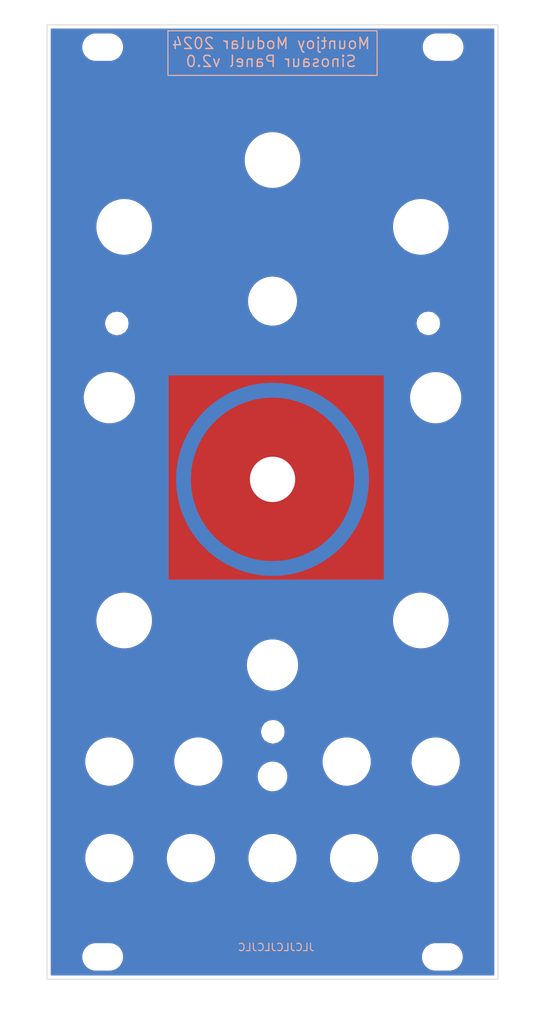
<source format=kicad_pcb>
(kicad_pcb (version 20240108) (generator "pcbnew") (generator_version "8.0")
  (layers (0 "F.Cu" signal) (31 "B.Cu" signal) (34 "B.Paste" user) (35 "F.Paste" user) (36 "B.SilkS" user "B.Silkscreen") (37 "F.SilkS" user "F.Silkscreen") (38 "B.Mask" user) (39 "F.Mask" user) (44 "Edge.Cuts" user))
  (net 0 "")
  (net 1 "GND")
  (footprint "Custom_Footprints:Alpha_9mm_pot_hole" (layer "F.Cu") (at 110 121)
    (property "Reference" "Ref**" (hide yes))
    (property "Value" "Alpha_9mm_pot_hole" (hide yes))
    (pad "" np_thru_hole circle (at 0 0) (size 7 7) (drill 7) (layers "F&B.Cu" "*.Mask"))
  )
  (footprint "Custom_Footprints:MountingHole_6.1mm" (layer "F.Cu") (at 130 102)
    (property "Reference" "Ref**" (hide yes))
    (property "Value" "Thonkikonn_6.1mm")
    (pad "" np_thru_hole circle (at 0 0) (size 6.1 6.1) (drill 6.1) (layers "F&B.Cu" "*.Mask" "F.SilkS"))
  )
  (footprint "Custom_Footprints:Thonkiconn_Socket_MountingHole_6mm" (layer "F.Cu") (at 140 140 180)
    (property "Reference" "Ref**" (hide yes))
    (property "Value" "Thonkiconn_Socket_MountingHole_6mm")
    (pad "" np_thru_hole circle (at 0 0 180) (size 6 6) (drill 6) (layers "*.Cu" "*.Mask"))
  )
  (footprint "Custom_Footprints:Thonkiconn_Socket_MountingHole_6mm" (layer "F.Cu") (at 108 140 180)
    (property "Reference" "Ref**" (hide yes))
    (property "Value" "Thonkiconn_Socket_MountingHole_6mm")
    (pad "" np_thru_hole circle (at 0 0 180) (size 6 6) (drill 6) (layers "*.Cu" "*.Mask"))
  )
  (footprint "Custom_Footprints:Thonkiconn_Socket_MountingHole_6mm" (layer "F.Cu") (at 120 140 180)
    (property "Reference" "Ref**" (hide yes))
    (property "Value" "Thonkiconn_Socket_MountingHole_6mm")
    (pad "" np_thru_hole circle (at 0 0 180) (size 6 6) (drill 6) (layers "*.Cu" "*.Mask"))
  )
  (footprint "Custom_Footprints:MountingHole_6.1mm" (layer "F.Cu") (at 130 78 90)
    (property "Reference" "Ref**" (hide yes))
    (property "Value" "Thonkikonn_6.1mm")
    (pad "" np_thru_hole circle (at 0 0 90) (size 6.1 6.1) (drill 6.1) (layers "F&B.Cu" "*.Mask" "F.SilkS"))
  )
  (footprint "Custom_Footprints:Alpha_9mm_pot_hole" (layer "F.Cu") (at 150 121 90)
    (property "Reference" "Ref**" (hide yes))
    (property "Value" "Alpha_9mm_pot_hole" (hide yes))
    (pad "" np_thru_hole circle (at 0 0 90) (size 7 7) (drill 7) (layers "F&B.Cu" "*.Mask"))
  )
  (footprint "Custom_Footprints:Thonkiconn_Socket_MountingHole_6mm" (layer "F.Cu") (at 108 153 180)
    (property "Reference" "Ref**" (hide yes))
    (property "Value" "Thonkiconn_Socket_MountingHole_6mm")
    (pad "" np_thru_hole circle (at 0 0 180) (size 6 6) (drill 6) (layers "*.Cu" "*.Mask"))
  )
  (footprint "Custom_Footprints:Oval_Mounting_Hole" (layer "F.Cu") (at 153 43.8)
    (property "Reference" "Ref**" (hide yes))
    (property "Value" "Oval_Mounting_Hole" (hide yes))
    (pad "" np_thru_hole oval (at 0 0) (size 5 3.2) (drill oval 5 3.2) (layers "*.Cu" "*.Mask"))
  )
  (footprint "Custom_Footprints:Thonkiconn_Socket_MountingHole_6mm" (layer "F.Cu") (at 119 153 180)
    (property "Reference" "Ref**" (hide yes))
    (property "Value" "Thonkiconn_Socket_MountingHole_6mm")
    (pad "" np_thru_hole circle (at 0 0 180) (size 6 6) (drill 6) (layers "*.Cu" "*.Mask"))
  )
  (footprint "Custom_Footprints:Alpha_9mm_pot_hole" (layer "F.Cu") (at 150 68)
    (property "Reference" "Ref**" (hide yes))
    (property "Value" "Alpha_9mm_pot_hole" (hide yes))
    (pad "" np_thru_hole circle (at 0 0) (size 7 7) (drill 7) (layers "*.Cu" "*.Mask"))
  )
  (footprint "Custom_Footprints:Thonkiconn_Socket_MountingHole_6mm" (layer "F.Cu") (at 152 153 180)
    (property "Reference" "Ref**" (hide yes))
    (property "Value" "Thonkiconn_Socket_MountingHole_6mm")
    (pad "" np_thru_hole circle (at 0 0 180) (size 6 6) (drill 6) (layers "*.Cu" "*.Mask"))
  )
  (footprint "Custom_Footprints:Thonkiconn_Socket_MountingHole_6mm" (layer "F.Cu") (at 130 153 180)
    (property "Reference" "Ref**" (hide yes))
    (property "Value" "Thonkiconn_Socket_MountingHole_6mm")
    (pad "" np_thru_hole circle (at 0 0 180) (size 6 6) (drill 6) (layers "*.Cu" "*.Mask"))
  )
  (footprint "Custom_Footprints:Oval_Mounting_Hole" (layer "F.Cu") (at 107.1 166.3)
    (property "Reference" "Ref**" (hide yes))
    (property "Value" "Oval_Mounting_Hole" (hide yes))
    (pad "" np_thru_hole oval (at 0 0) (size 5 3.2) (drill oval 5 3.2) (layers "*.Cu" "*.Mask"))
  )
  (footprint "Custom_Footprints:Oval_Mounting_Hole" (layer "F.Cu") (at 152.9 166.3)
    (property "Reference" "Ref**" (hide yes))
    (property "Value" "Oval_Mounting_Hole" (hide yes))
    (pad "" np_thru_hole oval (at 0 0) (size 5 3.2) (drill oval 5 3.2) (layers "*.Cu" "*.Mask"))
  )
  (footprint "Custom_Footprints:Alpha_9mm_pot_hole" (layer "F.Cu") (at 110 68 90)
    (property "Reference" "Ref**" (hide yes))
    (property "Value" "Alpha_9mm_pot_hole" (hide yes))
    (pad "" np_thru_hole circle (at 0 0 90) (size 7 7) (drill 7) (layers "*.Cu" "*.Mask"))
  )
  (footprint "Custom_Footprints:Thonkiconn_Socket_MountingHole_6mm" (layer "F.Cu") (at 152 140 180)
    (property "Reference" "Ref**" (hide yes))
    (property "Value" "Thonkiconn_Socket_MountingHole_6mm")
    (pad "" np_thru_hole circle (at 0 0 180) (size 6 6) (drill 6) (layers "*.Cu" "*.Mask"))
  )
  (footprint "Custom_Footprints:Tall_Trimmer_Hole" (layer "F.Cu") (at 130 127)
    (property "Reference" "Ref**" (hide yes))
    (property "Value" "Tall_Trimmer_Hole" (hide yes))
    (pad "" np_thru_hole circle (at 0 0) (size 6.4 6.4) (drill 6.4) (layers "F&B.Cu" "*.Mask"))
  )
  (footprint "Custom_Footprints:Tall_Trimmer_Hole" (layer "F.Cu") (at 152 91)
    (property "Reference" "Ref**" (hide yes))
    (property "Value" "Tall_Trimmer_Hole" (hide yes))
    (pad "" np_thru_hole circle (at 0 0) (size 6.4 6.4) (drill 6.4) (layers "F&B.Cu" "*.Mask"))
  )
  (footprint "Custom_Footprints:Thonkiconn_Socket_MountingHole_6mm" (layer "F.Cu") (at 141 153 180)
    (property "Reference" "Ref**" (hide yes))
    (property "Value" "Thonkiconn_Socket_MountingHole_6mm")
    (pad "" np_thru_hole circle (at 0 0 180) (size 6 6) (drill 6) (layers "*.Cu" "*.Mask"))
  )
  (footprint "Custom_Footprints:Oval_Mounting_Hole" (layer "F.Cu") (at 107.1 43.8)
    (property "Reference" "Ref**" (hide yes))
    (property "Value" "Oval_Mounting_Hole" (hide yes))
    (pad "" np_thru_hole oval (at 0 0) (size 5 3.2) (drill oval 5 3.2) (layers "*.Cu" "*.Mask"))
  )
  (footprint "Custom_Footprints:Alpha_9mm_pot_hole" (layer "F.Cu") (at 130 59 90)
    (property "Reference" "Ref**" (hide yes))
    (property "Value" "Alpha_9mm_pot_hole" (hide yes))
    (pad "" np_thru_hole circle (at 0 0 90) (size 7 7) (drill 7) (layers "F&B.Cu" "*.Mask"))
  )
  (footprint "Graphics:SpectralistLogo" (layer "F.Cu") (at 130 47)
    (property "Reference" "G***" (hide yes))
    (property "Value" "LOGO" (hide yes))
  )
  (footprint "Custom_Footprints:Small_Pushbutton_Hole_3.5mm" (layer "F.Cu") (at 130 142)
    (property "Reference" "Ref**" (hide yes))
    (property "Value" "Push_Button_Hole" (hide yes))
    (pad "" np_thru_hole circle (at 0 0) (size 3.5 3.5) (drill 3.5) (layers "*.Cu" "*.Mask"))
  )
  (footprint "Custom_Footprints:Tall_Trimmer_Hole" (layer "F.Cu") (at 108 91)
    (property "Reference" "Ref**" (hide yes))
    (property "Value" "Tall_Trimmer_Hole" (hide yes))
    (pad "" np_thru_hole circle (at 0 0) (size 6.4 6.4) (drill 6.4) (layers "F&B.Cu" "*.Mask"))
  )
  (gr_circle (center 130 102) (end 141.32 102) (stroke (width 0.1)) (fill solid) (layer "F.Cu") (net 1))
  (gr_circle (center 130 102) (end 145.6 102) (stroke (width 6)) (fill none) (layer "F.Cu") (net 1))
  (gr_circle (center 130 102) (end 142 102) (stroke (width 2)) (fill none) (layer "B.Cu"))
  (gr_rect (start 115.9 41.6) (end 144.1 47.6) (stroke (width 0.15)) (fill none) (layer "B.SilkS"))
  (gr_rect (start 99.6 40.8) (end 160.4 169.3) (stroke (width 0.1)) (fill none) (layer "Edge.Cuts"))
  (gr_text "JLCJLCJLCJLC" (at 130.5 165 0) (layer "B.SilkS") (effects (font (size 1 1)) (justify mirror)))
  (gr_text "Mountjoy Modular 2024\nSinosaur Panel v2.0" (at 129.8 44.5 0) (layer "B.SilkS") (effects (font (size 1.5 1.5) (thickness 0.2)) (justify mirror)))
  (zone (net 1) (net_name "GND") (layer "F.Cu") (priority 1) (connect_pads yes (clearance 0)) (min_thickness 0.025) (fill yes (thermal_gap 0) (thermal_bridge_width 0.025) (island_removal_mode 1) (island_area_min 10))
    (polygon (pts (xy 97.9 40.3) (xy 161.9 40.7) (xy 161.8 173) (xy 142.8 173) (xy 142.8 89) (xy 116.8 89) (xy 116.8 114) (xy 122.7 114) (xy 123.7 113) (xy 124.105385 112.906923) (xy 124.4 112.6) (xy 124.475385 112.2) (xy 124.1 111) (xy 135.8 111) (xy 135.5 112) (xy 135.5 112.2) (xy 135.5 112.5) (xy 135.7 112.8) (xy 136 112.9) (xy 136.2 112.9) (xy 137 113.1) (xy 137.4 113.8) (xy 142.8 114) (xy 142.8 173) (xy 97.8 173) (xy 98 40.3)))
  )
  (zone (net 0) (net_name "") (layers "F&B.Cu") (connect_pads (clearance 0)) (min_thickness 0.25)
    (keepout (tracks not_allowed) (vias not_allowed) (pads not_allowed) (copperpour not_allowed) (footprints allowed))
    (fill (thermal_gap 0.5) (thermal_bridge_width 0.5))
    (polygon (pts (xy 107.865934 79.882696) (xy 108.40894 79.517991) (xy 108.999999 79.416762) (xy 109.633223 79.518725) (xy 110.130809 79.885953) (xy 110.499441 80.383905) (xy 110.6 81.016762) (xy 110.500523 81.60894) (xy 110.132199 82.148961) (xy 109.633527 82.474406) (xy 109 82.616762) (xy 108.408933 82.474421) (xy 107.868617 82.148145) (xy 107.543026 81.608492) (xy 107.4 81.016762) (xy 107.539505 80.382446)))
  )
  (zone (net 0) (net_name "") (layers "F&B.Cu") (connect_pads (clearance 0)) (min_thickness 0.25)
    (keepout (tracks not_allowed) (vias not_allowed) (pads not_allowed) (copperpour not_allowed) (footprints allowed))
    (fill (thermal_gap 0.5) (thermal_bridge_width 0.5))
    (polygon (pts (xy 149.865934 79.865934) (xy 150.40894 79.501229) (xy 150.999999 79.4) (xy 151.633223 79.501963) (xy 152.130809 79.869191) (xy 152.499441 80.367143) (xy 152.6 81) (xy 152.500523 81.592178) (xy 152.132199 82.132199) (xy 151.633527 82.457644) (xy 151 82.6) (xy 150.408933 82.457659) (xy 149.868617 82.131383) (xy 149.543026 81.59173) (xy 149.4 81) (xy 149.539505 80.365684)))
  )
  (zone (net 0) (net_name "") (layers "F&B.Cu" "F.Mask") (connect_pads (clearance 0)) (min_thickness 0.25)
    (keepout (tracks not_allowed) (vias not_allowed) (pads not_allowed) (copperpour not_allowed) (footprints allowed))
    (fill (thermal_gap 0.5) (thermal_bridge_width 0.5))
    (polygon (pts (xy 128.897317 134.860871) (xy 129.440323 134.496166) (xy 130.031382 134.394937) (xy 130.664606 134.4969) (xy 131.162192 134.864128) (xy 131.530824 135.36208) (xy 131.631383 135.994937) (xy 131.531906 136.587115) (xy 131.163582 137.127136) (xy 130.66491 137.452581) (xy 130.031383 137.594937) (xy 129.440316 137.452596) (xy 128.9 137.12632) (xy 128.574409 136.586667) (xy 128.431383 135.994937) (xy 128.570888 135.360621)))
  )
  (zone (net 0) (net_name "") (layer "B.Cu") (priority 2) (connect_pads (clearance 0)) (min_thickness 0.254) (fill yes (thermal_gap 0.508) (thermal_bridge_width 0.508) (island_removal_mode 1) (island_area_min 10))
    (polygon (pts (xy 162 171) (xy 98 171) (xy 98 39) (xy 162 39)))
  )
)
</source>
